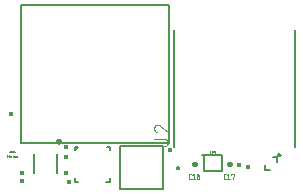
<source format=gbr>
G04 EAGLE Gerber RS-274X export*
G75*
%MOMM*%
%FSLAX34Y34*%
%LPD*%
%INSilkscreen Top*%
%IPPOS*%
%AMOC8*
5,1,8,0,0,1.08239X$1,22.5*%
G01*
%ADD10C,0.127000*%
%ADD11C,0.250000*%
%ADD12C,0.152400*%
%ADD13R,0.300000X0.300000*%
%ADD14C,0.200000*%
%ADD15C,0.101600*%
%ADD16C,0.406400*%
%ADD17C,0.025400*%


D10*
X19367Y160000D02*
X145367Y160000D01*
X145367Y43000D01*
X19367Y43000D01*
X19367Y160000D01*
D11*
X50480Y44576D02*
X50482Y44646D01*
X50488Y44716D01*
X50498Y44785D01*
X50511Y44854D01*
X50529Y44922D01*
X50550Y44989D01*
X50575Y45054D01*
X50604Y45118D01*
X50636Y45181D01*
X50672Y45241D01*
X50711Y45299D01*
X50753Y45355D01*
X50798Y45409D01*
X50846Y45460D01*
X50897Y45508D01*
X50951Y45553D01*
X51007Y45595D01*
X51065Y45634D01*
X51125Y45670D01*
X51188Y45702D01*
X51252Y45731D01*
X51317Y45756D01*
X51384Y45777D01*
X51452Y45795D01*
X51521Y45808D01*
X51590Y45818D01*
X51660Y45824D01*
X51730Y45826D01*
X51800Y45824D01*
X51870Y45818D01*
X51939Y45808D01*
X52008Y45795D01*
X52076Y45777D01*
X52143Y45756D01*
X52208Y45731D01*
X52272Y45702D01*
X52335Y45670D01*
X52395Y45634D01*
X52453Y45595D01*
X52509Y45553D01*
X52563Y45508D01*
X52614Y45460D01*
X52662Y45409D01*
X52707Y45355D01*
X52749Y45299D01*
X52788Y45241D01*
X52824Y45181D01*
X52856Y45118D01*
X52885Y45054D01*
X52910Y44989D01*
X52931Y44922D01*
X52949Y44854D01*
X52962Y44785D01*
X52972Y44716D01*
X52978Y44646D01*
X52980Y44576D01*
X52978Y44506D01*
X52972Y44436D01*
X52962Y44367D01*
X52949Y44298D01*
X52931Y44230D01*
X52910Y44163D01*
X52885Y44098D01*
X52856Y44034D01*
X52824Y43971D01*
X52788Y43911D01*
X52749Y43853D01*
X52707Y43797D01*
X52662Y43743D01*
X52614Y43692D01*
X52563Y43644D01*
X52509Y43599D01*
X52453Y43557D01*
X52395Y43518D01*
X52335Y43482D01*
X52272Y43450D01*
X52208Y43421D01*
X52143Y43396D01*
X52076Y43375D01*
X52008Y43357D01*
X51939Y43344D01*
X51870Y43334D01*
X51800Y43328D01*
X51730Y43326D01*
X51660Y43328D01*
X51590Y43334D01*
X51521Y43344D01*
X51452Y43357D01*
X51384Y43375D01*
X51317Y43396D01*
X51252Y43421D01*
X51188Y43450D01*
X51125Y43482D01*
X51065Y43518D01*
X51007Y43557D01*
X50951Y43599D01*
X50897Y43644D01*
X50846Y43692D01*
X50798Y43743D01*
X50753Y43797D01*
X50711Y43853D01*
X50672Y43911D01*
X50636Y43971D01*
X50604Y44034D01*
X50575Y44098D01*
X50550Y44163D01*
X50529Y44230D01*
X50511Y44298D01*
X50498Y44367D01*
X50488Y44436D01*
X50482Y44506D01*
X50480Y44576D01*
D12*
X50480Y33576D02*
X50480Y17326D01*
X30480Y17326D02*
X30480Y33576D01*
D13*
X20500Y11000D03*
X20500Y17500D03*
X10950Y67750D03*
X212050Y22300D03*
X204550Y24550D03*
D10*
X68200Y39900D02*
X65200Y39900D01*
X92200Y39900D02*
X95200Y39900D01*
X68200Y9900D02*
X65200Y9900D01*
X65200Y36900D02*
X65200Y39900D01*
X65200Y36900D02*
X68200Y39900D01*
X65200Y13000D02*
X65200Y10000D01*
X65200Y9900D02*
X68200Y9900D01*
X92124Y9900D02*
X95124Y9900D01*
X95172Y9976D02*
X95172Y12976D01*
X95200Y36900D02*
X95200Y39900D01*
X92200Y39900D01*
X104000Y40350D02*
X104000Y4350D01*
X104000Y40350D02*
X140000Y40350D01*
X140000Y4350D01*
X104000Y4350D01*
D13*
X58000Y39500D03*
X58000Y31500D03*
X145900Y36900D03*
X60500Y10000D03*
X58000Y17900D03*
D14*
X237500Y32900D02*
X237502Y32963D01*
X237508Y33025D01*
X237518Y33087D01*
X237531Y33149D01*
X237549Y33209D01*
X237570Y33268D01*
X237595Y33326D01*
X237624Y33382D01*
X237656Y33436D01*
X237691Y33488D01*
X237729Y33537D01*
X237771Y33585D01*
X237815Y33629D01*
X237863Y33671D01*
X237912Y33709D01*
X237964Y33744D01*
X238018Y33776D01*
X238074Y33805D01*
X238132Y33830D01*
X238191Y33851D01*
X238251Y33869D01*
X238313Y33882D01*
X238375Y33892D01*
X238437Y33898D01*
X238500Y33900D01*
X238563Y33898D01*
X238625Y33892D01*
X238687Y33882D01*
X238749Y33869D01*
X238809Y33851D01*
X238868Y33830D01*
X238926Y33805D01*
X238982Y33776D01*
X239036Y33744D01*
X239088Y33709D01*
X239137Y33671D01*
X239185Y33629D01*
X239229Y33585D01*
X239271Y33537D01*
X239309Y33488D01*
X239344Y33436D01*
X239376Y33382D01*
X239405Y33326D01*
X239430Y33268D01*
X239451Y33209D01*
X239469Y33149D01*
X239482Y33087D01*
X239492Y33025D01*
X239498Y32963D01*
X239500Y32900D01*
X239498Y32837D01*
X239492Y32775D01*
X239482Y32713D01*
X239469Y32651D01*
X239451Y32591D01*
X239430Y32532D01*
X239405Y32474D01*
X239376Y32418D01*
X239344Y32364D01*
X239309Y32312D01*
X239271Y32263D01*
X239229Y32215D01*
X239185Y32171D01*
X239137Y32129D01*
X239088Y32091D01*
X239036Y32056D01*
X238982Y32024D01*
X238926Y31995D01*
X238868Y31970D01*
X238809Y31949D01*
X238749Y31931D01*
X238687Y31918D01*
X238625Y31908D01*
X238563Y31902D01*
X238500Y31900D01*
X238437Y31902D01*
X238375Y31908D01*
X238313Y31918D01*
X238251Y31931D01*
X238191Y31949D01*
X238132Y31970D01*
X238074Y31995D01*
X238018Y32024D01*
X237964Y32056D01*
X237912Y32091D01*
X237863Y32129D01*
X237815Y32171D01*
X237771Y32215D01*
X237729Y32263D01*
X237691Y32312D01*
X237656Y32364D01*
X237624Y32418D01*
X237595Y32474D01*
X237570Y32532D01*
X237549Y32591D01*
X237531Y32651D01*
X237518Y32713D01*
X237508Y32775D01*
X237502Y32837D01*
X237500Y32900D01*
D12*
X236700Y30700D02*
X232800Y30700D01*
X236700Y30700D02*
X236700Y26800D01*
X226400Y24300D02*
X226400Y20400D01*
X230300Y20400D01*
D10*
X251750Y39750D02*
X251750Y138250D01*
X149250Y138250D02*
X149250Y39750D01*
D14*
X151500Y22000D02*
X151502Y22063D01*
X151508Y22125D01*
X151518Y22187D01*
X151531Y22249D01*
X151549Y22309D01*
X151570Y22368D01*
X151595Y22426D01*
X151624Y22482D01*
X151656Y22536D01*
X151691Y22588D01*
X151729Y22637D01*
X151771Y22685D01*
X151815Y22729D01*
X151863Y22771D01*
X151912Y22809D01*
X151964Y22844D01*
X152018Y22876D01*
X152074Y22905D01*
X152132Y22930D01*
X152191Y22951D01*
X152251Y22969D01*
X152313Y22982D01*
X152375Y22992D01*
X152437Y22998D01*
X152500Y23000D01*
X152563Y22998D01*
X152625Y22992D01*
X152687Y22982D01*
X152749Y22969D01*
X152809Y22951D01*
X152868Y22930D01*
X152926Y22905D01*
X152982Y22876D01*
X153036Y22844D01*
X153088Y22809D01*
X153137Y22771D01*
X153185Y22729D01*
X153229Y22685D01*
X153271Y22637D01*
X153309Y22588D01*
X153344Y22536D01*
X153376Y22482D01*
X153405Y22426D01*
X153430Y22368D01*
X153451Y22309D01*
X153469Y22249D01*
X153482Y22187D01*
X153492Y22125D01*
X153498Y22063D01*
X153500Y22000D01*
X153498Y21937D01*
X153492Y21875D01*
X153482Y21813D01*
X153469Y21751D01*
X153451Y21691D01*
X153430Y21632D01*
X153405Y21574D01*
X153376Y21518D01*
X153344Y21464D01*
X153309Y21412D01*
X153271Y21363D01*
X153229Y21315D01*
X153185Y21271D01*
X153137Y21229D01*
X153088Y21191D01*
X153036Y21156D01*
X152982Y21124D01*
X152926Y21095D01*
X152868Y21070D01*
X152809Y21049D01*
X152749Y21031D01*
X152687Y21018D01*
X152625Y21008D01*
X152563Y21002D01*
X152500Y21000D01*
X152437Y21002D01*
X152375Y21008D01*
X152313Y21018D01*
X152251Y21031D01*
X152191Y21049D01*
X152132Y21070D01*
X152074Y21095D01*
X152018Y21124D01*
X151964Y21156D01*
X151912Y21191D01*
X151863Y21229D01*
X151815Y21271D01*
X151771Y21315D01*
X151729Y21363D01*
X151691Y21412D01*
X151656Y21464D01*
X151624Y21518D01*
X151595Y21574D01*
X151570Y21632D01*
X151549Y21691D01*
X151531Y21751D01*
X151518Y21813D01*
X151508Y21875D01*
X151502Y21937D01*
X151500Y22000D01*
D15*
X140896Y40108D02*
X132458Y40108D01*
X140896Y40108D02*
X141009Y40110D01*
X141122Y40116D01*
X141235Y40126D01*
X141348Y40140D01*
X141460Y40157D01*
X141571Y40179D01*
X141681Y40204D01*
X141791Y40234D01*
X141899Y40267D01*
X142006Y40304D01*
X142112Y40344D01*
X142216Y40389D01*
X142319Y40437D01*
X142420Y40488D01*
X142519Y40543D01*
X142616Y40601D01*
X142711Y40663D01*
X142804Y40728D01*
X142894Y40796D01*
X142982Y40867D01*
X143068Y40942D01*
X143151Y41019D01*
X143231Y41099D01*
X143308Y41182D01*
X143383Y41268D01*
X143454Y41356D01*
X143522Y41446D01*
X143587Y41539D01*
X143649Y41634D01*
X143707Y41731D01*
X143762Y41830D01*
X143813Y41931D01*
X143861Y42034D01*
X143906Y42138D01*
X143946Y42244D01*
X143983Y42351D01*
X144016Y42459D01*
X144046Y42569D01*
X144071Y42679D01*
X144093Y42790D01*
X144110Y42902D01*
X144124Y43015D01*
X144134Y43128D01*
X144140Y43241D01*
X144142Y43354D01*
X144140Y43467D01*
X144134Y43580D01*
X144124Y43693D01*
X144110Y43806D01*
X144093Y43918D01*
X144071Y44029D01*
X144046Y44139D01*
X144016Y44249D01*
X143983Y44357D01*
X143946Y44464D01*
X143906Y44570D01*
X143861Y44674D01*
X143813Y44777D01*
X143762Y44878D01*
X143707Y44977D01*
X143649Y45074D01*
X143587Y45169D01*
X143522Y45262D01*
X143454Y45352D01*
X143383Y45440D01*
X143308Y45526D01*
X143231Y45609D01*
X143151Y45689D01*
X143068Y45766D01*
X142982Y45841D01*
X142894Y45912D01*
X142804Y45980D01*
X142711Y46045D01*
X142616Y46107D01*
X142519Y46165D01*
X142420Y46220D01*
X142319Y46271D01*
X142216Y46319D01*
X142112Y46364D01*
X142006Y46404D01*
X141899Y46441D01*
X141791Y46474D01*
X141681Y46504D01*
X141571Y46529D01*
X141460Y46551D01*
X141348Y46568D01*
X141235Y46582D01*
X141122Y46592D01*
X141009Y46598D01*
X140896Y46600D01*
X140896Y46599D02*
X132458Y46599D01*
X132458Y55489D02*
X132460Y55596D01*
X132466Y55702D01*
X132476Y55808D01*
X132489Y55914D01*
X132507Y56020D01*
X132528Y56124D01*
X132553Y56228D01*
X132582Y56331D01*
X132614Y56432D01*
X132651Y56532D01*
X132691Y56631D01*
X132734Y56729D01*
X132781Y56825D01*
X132832Y56919D01*
X132886Y57011D01*
X132943Y57101D01*
X133003Y57189D01*
X133067Y57274D01*
X133134Y57357D01*
X133204Y57438D01*
X133276Y57516D01*
X133352Y57592D01*
X133430Y57664D01*
X133511Y57734D01*
X133594Y57801D01*
X133679Y57865D01*
X133767Y57925D01*
X133857Y57982D01*
X133949Y58036D01*
X134043Y58087D01*
X134139Y58134D01*
X134237Y58177D01*
X134336Y58217D01*
X134436Y58254D01*
X134537Y58286D01*
X134640Y58315D01*
X134744Y58340D01*
X134848Y58361D01*
X134954Y58379D01*
X135060Y58392D01*
X135166Y58402D01*
X135272Y58408D01*
X135379Y58410D01*
X132458Y55489D02*
X132460Y55368D01*
X132466Y55247D01*
X132476Y55127D01*
X132489Y55006D01*
X132507Y54887D01*
X132528Y54767D01*
X132553Y54649D01*
X132582Y54532D01*
X132615Y54415D01*
X132651Y54300D01*
X132692Y54186D01*
X132735Y54073D01*
X132783Y53961D01*
X132834Y53852D01*
X132889Y53744D01*
X132947Y53637D01*
X133008Y53533D01*
X133073Y53431D01*
X133141Y53331D01*
X133212Y53233D01*
X133286Y53137D01*
X133363Y53044D01*
X133444Y52954D01*
X133527Y52866D01*
X133613Y52781D01*
X133702Y52698D01*
X133793Y52619D01*
X133887Y52542D01*
X133983Y52469D01*
X134081Y52399D01*
X134182Y52332D01*
X134285Y52268D01*
X134390Y52208D01*
X134497Y52150D01*
X134605Y52097D01*
X134715Y52047D01*
X134827Y52001D01*
X134940Y51958D01*
X135055Y51919D01*
X137651Y57436D02*
X137573Y57515D01*
X137493Y57591D01*
X137410Y57664D01*
X137324Y57734D01*
X137237Y57801D01*
X137146Y57865D01*
X137054Y57925D01*
X136960Y57983D01*
X136863Y58037D01*
X136765Y58087D01*
X136665Y58134D01*
X136564Y58178D01*
X136461Y58218D01*
X136356Y58254D01*
X136251Y58286D01*
X136144Y58315D01*
X136037Y58340D01*
X135928Y58362D01*
X135819Y58379D01*
X135710Y58393D01*
X135600Y58402D01*
X135489Y58408D01*
X135379Y58410D01*
X137651Y57436D02*
X144142Y51919D01*
X144142Y58410D01*
D16*
X196195Y25000D02*
X196805Y25000D01*
D17*
X192930Y12612D02*
X192084Y12612D01*
X192029Y12614D01*
X191973Y12619D01*
X191919Y12628D01*
X191865Y12641D01*
X191812Y12657D01*
X191760Y12676D01*
X191709Y12699D01*
X191661Y12725D01*
X191613Y12755D01*
X191568Y12787D01*
X191526Y12822D01*
X191485Y12860D01*
X191447Y12901D01*
X191412Y12943D01*
X191380Y12988D01*
X191350Y13036D01*
X191324Y13084D01*
X191301Y13135D01*
X191282Y13187D01*
X191266Y13240D01*
X191253Y13294D01*
X191244Y13348D01*
X191239Y13404D01*
X191237Y13459D01*
X191237Y15575D01*
X191239Y15633D01*
X191245Y15690D01*
X191255Y15747D01*
X191268Y15804D01*
X191286Y15859D01*
X191307Y15912D01*
X191332Y15965D01*
X191360Y16015D01*
X191392Y16063D01*
X191427Y16110D01*
X191465Y16153D01*
X191506Y16194D01*
X191549Y16232D01*
X191596Y16267D01*
X191644Y16299D01*
X191694Y16327D01*
X191747Y16352D01*
X191800Y16373D01*
X191855Y16391D01*
X191912Y16404D01*
X191969Y16414D01*
X192026Y16420D01*
X192084Y16422D01*
X192930Y16422D01*
X194294Y15575D02*
X195353Y16422D01*
X195353Y12612D01*
X196411Y12612D02*
X194294Y12612D01*
X197952Y15999D02*
X197952Y16422D01*
X200069Y16422D01*
X199010Y12612D01*
D16*
X166805Y25000D02*
X166195Y25000D01*
D17*
X163430Y12612D02*
X162584Y12612D01*
X162529Y12614D01*
X162473Y12619D01*
X162419Y12628D01*
X162365Y12641D01*
X162312Y12657D01*
X162260Y12676D01*
X162209Y12699D01*
X162161Y12725D01*
X162113Y12755D01*
X162068Y12787D01*
X162026Y12822D01*
X161985Y12860D01*
X161947Y12901D01*
X161912Y12943D01*
X161880Y12988D01*
X161850Y13036D01*
X161824Y13084D01*
X161801Y13135D01*
X161782Y13187D01*
X161766Y13240D01*
X161753Y13294D01*
X161744Y13348D01*
X161739Y13404D01*
X161737Y13459D01*
X161737Y15575D01*
X161739Y15633D01*
X161745Y15690D01*
X161755Y15747D01*
X161768Y15804D01*
X161786Y15859D01*
X161807Y15912D01*
X161832Y15965D01*
X161860Y16015D01*
X161892Y16063D01*
X161927Y16110D01*
X161965Y16153D01*
X162006Y16194D01*
X162049Y16232D01*
X162096Y16267D01*
X162144Y16299D01*
X162194Y16327D01*
X162247Y16352D01*
X162300Y16373D01*
X162355Y16391D01*
X162412Y16404D01*
X162469Y16414D01*
X162526Y16420D01*
X162584Y16422D01*
X163430Y16422D01*
X164794Y15575D02*
X165853Y16422D01*
X165853Y12612D01*
X166911Y12612D02*
X164794Y12612D01*
X168452Y13670D02*
X168454Y13734D01*
X168460Y13798D01*
X168469Y13861D01*
X168483Y13923D01*
X168500Y13985D01*
X168521Y14045D01*
X168545Y14104D01*
X168573Y14162D01*
X168605Y14217D01*
X168639Y14271D01*
X168677Y14322D01*
X168718Y14372D01*
X168762Y14418D01*
X168808Y14462D01*
X168858Y14503D01*
X168909Y14541D01*
X168963Y14575D01*
X169018Y14607D01*
X169076Y14635D01*
X169135Y14659D01*
X169195Y14680D01*
X169257Y14697D01*
X169319Y14711D01*
X169382Y14720D01*
X169446Y14726D01*
X169510Y14728D01*
X169574Y14726D01*
X169638Y14720D01*
X169701Y14711D01*
X169763Y14697D01*
X169825Y14680D01*
X169885Y14659D01*
X169944Y14635D01*
X170002Y14607D01*
X170057Y14575D01*
X170111Y14541D01*
X170162Y14503D01*
X170212Y14462D01*
X170258Y14418D01*
X170302Y14372D01*
X170343Y14322D01*
X170381Y14271D01*
X170415Y14217D01*
X170447Y14162D01*
X170475Y14104D01*
X170499Y14045D01*
X170520Y13985D01*
X170537Y13923D01*
X170551Y13861D01*
X170560Y13798D01*
X170566Y13734D01*
X170568Y13670D01*
X170566Y13606D01*
X170560Y13542D01*
X170551Y13479D01*
X170537Y13417D01*
X170520Y13355D01*
X170499Y13295D01*
X170475Y13236D01*
X170447Y13178D01*
X170415Y13123D01*
X170381Y13069D01*
X170343Y13018D01*
X170302Y12968D01*
X170258Y12922D01*
X170212Y12878D01*
X170162Y12837D01*
X170111Y12799D01*
X170057Y12765D01*
X170002Y12733D01*
X169944Y12705D01*
X169885Y12681D01*
X169825Y12660D01*
X169763Y12643D01*
X169701Y12629D01*
X169638Y12620D01*
X169574Y12614D01*
X169510Y12612D01*
X169446Y12614D01*
X169382Y12620D01*
X169319Y12629D01*
X169257Y12643D01*
X169195Y12660D01*
X169135Y12681D01*
X169076Y12705D01*
X169018Y12733D01*
X168963Y12765D01*
X168909Y12799D01*
X168858Y12837D01*
X168808Y12878D01*
X168762Y12922D01*
X168718Y12968D01*
X168677Y13018D01*
X168639Y13069D01*
X168605Y13123D01*
X168573Y13178D01*
X168545Y13236D01*
X168521Y13295D01*
X168500Y13355D01*
X168483Y13417D01*
X168469Y13479D01*
X168460Y13542D01*
X168454Y13606D01*
X168452Y13670D01*
X168663Y15575D02*
X168665Y15632D01*
X168671Y15688D01*
X168680Y15744D01*
X168693Y15799D01*
X168710Y15853D01*
X168730Y15906D01*
X168754Y15957D01*
X168781Y16007D01*
X168812Y16054D01*
X168845Y16100D01*
X168882Y16143D01*
X168921Y16184D01*
X168963Y16222D01*
X169008Y16257D01*
X169054Y16289D01*
X169103Y16318D01*
X169153Y16343D01*
X169206Y16365D01*
X169259Y16384D01*
X169314Y16399D01*
X169369Y16410D01*
X169425Y16418D01*
X169482Y16422D01*
X169538Y16422D01*
X169595Y16418D01*
X169651Y16410D01*
X169706Y16399D01*
X169761Y16384D01*
X169814Y16365D01*
X169867Y16343D01*
X169917Y16318D01*
X169966Y16289D01*
X170012Y16257D01*
X170057Y16222D01*
X170099Y16184D01*
X170138Y16143D01*
X170175Y16100D01*
X170208Y16054D01*
X170239Y16007D01*
X170266Y15957D01*
X170290Y15906D01*
X170310Y15853D01*
X170327Y15799D01*
X170340Y15744D01*
X170349Y15688D01*
X170355Y15632D01*
X170357Y15575D01*
X170355Y15518D01*
X170349Y15462D01*
X170340Y15406D01*
X170327Y15351D01*
X170310Y15297D01*
X170290Y15244D01*
X170266Y15193D01*
X170239Y15143D01*
X170208Y15096D01*
X170175Y15050D01*
X170138Y15007D01*
X170099Y14966D01*
X170057Y14928D01*
X170012Y14893D01*
X169966Y14861D01*
X169917Y14832D01*
X169867Y14807D01*
X169814Y14785D01*
X169761Y14766D01*
X169706Y14751D01*
X169651Y14740D01*
X169595Y14732D01*
X169538Y14728D01*
X169482Y14728D01*
X169425Y14732D01*
X169369Y14740D01*
X169314Y14751D01*
X169259Y14766D01*
X169206Y14785D01*
X169153Y14807D01*
X169103Y14832D01*
X169054Y14861D01*
X169008Y14893D01*
X168963Y14928D01*
X168921Y14966D01*
X168882Y15007D01*
X168845Y15050D01*
X168812Y15096D01*
X168781Y15143D01*
X168754Y15193D01*
X168730Y15244D01*
X168710Y15297D01*
X168693Y15351D01*
X168680Y15406D01*
X168671Y15462D01*
X168665Y15518D01*
X168663Y15575D01*
D10*
X14700Y35000D02*
X10300Y35000D01*
D17*
X8220Y33073D02*
X8220Y30787D01*
X9490Y30787D02*
X8220Y33073D01*
X9490Y33073D02*
X9490Y30787D01*
X10988Y31676D02*
X11559Y31676D01*
X10988Y31677D02*
X10947Y31675D01*
X10906Y31669D01*
X10866Y31660D01*
X10827Y31647D01*
X10790Y31630D01*
X10754Y31610D01*
X10720Y31587D01*
X10688Y31561D01*
X10659Y31532D01*
X10633Y31500D01*
X10610Y31466D01*
X10590Y31430D01*
X10573Y31393D01*
X10560Y31354D01*
X10551Y31314D01*
X10545Y31273D01*
X10543Y31232D01*
X10545Y31191D01*
X10551Y31150D01*
X10560Y31110D01*
X10573Y31071D01*
X10590Y31034D01*
X10610Y30998D01*
X10633Y30964D01*
X10659Y30932D01*
X10688Y30903D01*
X10720Y30877D01*
X10754Y30854D01*
X10790Y30834D01*
X10827Y30817D01*
X10866Y30804D01*
X10906Y30795D01*
X10947Y30789D01*
X10988Y30787D01*
X11559Y30787D01*
X11559Y31930D01*
X11557Y31967D01*
X11552Y32004D01*
X11543Y32041D01*
X11530Y32076D01*
X11514Y32110D01*
X11495Y32142D01*
X11473Y32172D01*
X11447Y32199D01*
X11420Y32225D01*
X11390Y32247D01*
X11358Y32266D01*
X11324Y32282D01*
X11289Y32295D01*
X11252Y32304D01*
X11215Y32309D01*
X11178Y32311D01*
X10670Y32311D01*
X12741Y32311D02*
X12741Y30787D01*
X12741Y32311D02*
X13884Y32311D01*
X13921Y32309D01*
X13958Y32304D01*
X13995Y32295D01*
X14030Y32282D01*
X14064Y32266D01*
X14096Y32247D01*
X14126Y32225D01*
X14153Y32199D01*
X14179Y32172D01*
X14201Y32142D01*
X14220Y32110D01*
X14236Y32076D01*
X14249Y32041D01*
X14258Y32004D01*
X14263Y31967D01*
X14265Y31930D01*
X14265Y30787D01*
X13503Y30787D02*
X13503Y32311D01*
X15738Y30787D02*
X16373Y30787D01*
X15738Y30787D02*
X15701Y30789D01*
X15664Y30794D01*
X15627Y30803D01*
X15592Y30816D01*
X15558Y30832D01*
X15526Y30851D01*
X15496Y30873D01*
X15469Y30899D01*
X15443Y30926D01*
X15421Y30956D01*
X15402Y30988D01*
X15386Y31022D01*
X15373Y31057D01*
X15364Y31094D01*
X15359Y31131D01*
X15357Y31168D01*
X15357Y31803D01*
X15359Y31847D01*
X15365Y31891D01*
X15374Y31934D01*
X15388Y31977D01*
X15405Y32018D01*
X15425Y32057D01*
X15449Y32094D01*
X15476Y32130D01*
X15506Y32162D01*
X15538Y32192D01*
X15574Y32219D01*
X15611Y32243D01*
X15650Y32263D01*
X15691Y32280D01*
X15734Y32294D01*
X15777Y32303D01*
X15821Y32309D01*
X15865Y32311D01*
X15909Y32309D01*
X15953Y32303D01*
X15996Y32294D01*
X16039Y32280D01*
X16080Y32263D01*
X16119Y32243D01*
X16156Y32219D01*
X16192Y32192D01*
X16224Y32162D01*
X16254Y32130D01*
X16281Y32094D01*
X16305Y32057D01*
X16325Y32018D01*
X16342Y31977D01*
X16356Y31934D01*
X16365Y31891D01*
X16371Y31847D01*
X16373Y31803D01*
X16373Y31549D01*
X15357Y31549D01*
D10*
X189600Y32500D02*
X189600Y19400D01*
X174300Y19400D01*
X174300Y32500D01*
X189600Y32500D01*
X173400Y32900D02*
X173402Y32940D01*
X173408Y32979D01*
X173418Y33018D01*
X173431Y33055D01*
X173449Y33091D01*
X173470Y33125D01*
X173494Y33157D01*
X173521Y33186D01*
X173551Y33213D01*
X173583Y33236D01*
X173618Y33256D01*
X173654Y33272D01*
X173692Y33285D01*
X173731Y33294D01*
X173770Y33299D01*
X173810Y33300D01*
X173850Y33297D01*
X173889Y33290D01*
X173927Y33279D01*
X173965Y33265D01*
X174000Y33246D01*
X174033Y33225D01*
X174065Y33200D01*
X174093Y33172D01*
X174119Y33142D01*
X174141Y33109D01*
X174160Y33074D01*
X174176Y33037D01*
X174188Y32999D01*
X174196Y32960D01*
X174200Y32920D01*
X174200Y32880D01*
X174196Y32840D01*
X174188Y32801D01*
X174176Y32763D01*
X174160Y32726D01*
X174141Y32691D01*
X174119Y32658D01*
X174093Y32628D01*
X174065Y32600D01*
X174033Y32575D01*
X174000Y32554D01*
X173965Y32535D01*
X173927Y32521D01*
X173889Y32510D01*
X173850Y32503D01*
X173810Y32500D01*
X173770Y32501D01*
X173731Y32506D01*
X173692Y32515D01*
X173654Y32528D01*
X173618Y32544D01*
X173583Y32564D01*
X173551Y32587D01*
X173521Y32614D01*
X173494Y32643D01*
X173470Y32675D01*
X173449Y32709D01*
X173431Y32745D01*
X173418Y32782D01*
X173408Y32821D01*
X173402Y32860D01*
X173400Y32900D01*
D17*
X179827Y34303D02*
X179827Y36321D01*
X179827Y34303D02*
X179829Y34248D01*
X179835Y34193D01*
X179845Y34138D01*
X179858Y34084D01*
X179876Y34032D01*
X179897Y33981D01*
X179922Y33931D01*
X179950Y33883D01*
X179982Y33838D01*
X180017Y33795D01*
X180054Y33754D01*
X180095Y33717D01*
X180138Y33682D01*
X180183Y33650D01*
X180231Y33622D01*
X180281Y33597D01*
X180332Y33576D01*
X180384Y33558D01*
X180438Y33545D01*
X180493Y33535D01*
X180548Y33529D01*
X180603Y33527D01*
X180658Y33529D01*
X180713Y33535D01*
X180768Y33545D01*
X180822Y33558D01*
X180874Y33576D01*
X180925Y33597D01*
X180975Y33622D01*
X181023Y33650D01*
X181068Y33682D01*
X181111Y33717D01*
X181152Y33754D01*
X181189Y33795D01*
X181224Y33838D01*
X181256Y33883D01*
X181284Y33931D01*
X181309Y33981D01*
X181330Y34032D01*
X181348Y34084D01*
X181361Y34138D01*
X181371Y34193D01*
X181377Y34248D01*
X181379Y34303D01*
X181379Y36321D01*
X182662Y33527D02*
X183593Y33527D01*
X183642Y33529D01*
X183690Y33535D01*
X183738Y33544D01*
X183785Y33557D01*
X183831Y33574D01*
X183875Y33595D01*
X183917Y33619D01*
X183958Y33646D01*
X183996Y33676D01*
X184032Y33709D01*
X184065Y33745D01*
X184095Y33783D01*
X184122Y33824D01*
X184146Y33866D01*
X184167Y33910D01*
X184184Y33956D01*
X184197Y34003D01*
X184206Y34051D01*
X184212Y34099D01*
X184214Y34148D01*
X184214Y34458D01*
X184212Y34507D01*
X184206Y34555D01*
X184197Y34603D01*
X184184Y34650D01*
X184167Y34696D01*
X184146Y34740D01*
X184122Y34782D01*
X184095Y34823D01*
X184065Y34861D01*
X184032Y34897D01*
X183996Y34930D01*
X183958Y34960D01*
X183917Y34987D01*
X183875Y35011D01*
X183831Y35032D01*
X183785Y35049D01*
X183738Y35062D01*
X183690Y35071D01*
X183642Y35077D01*
X183593Y35079D01*
X182662Y35079D01*
X182662Y36321D01*
X184214Y36321D01*
M02*

</source>
